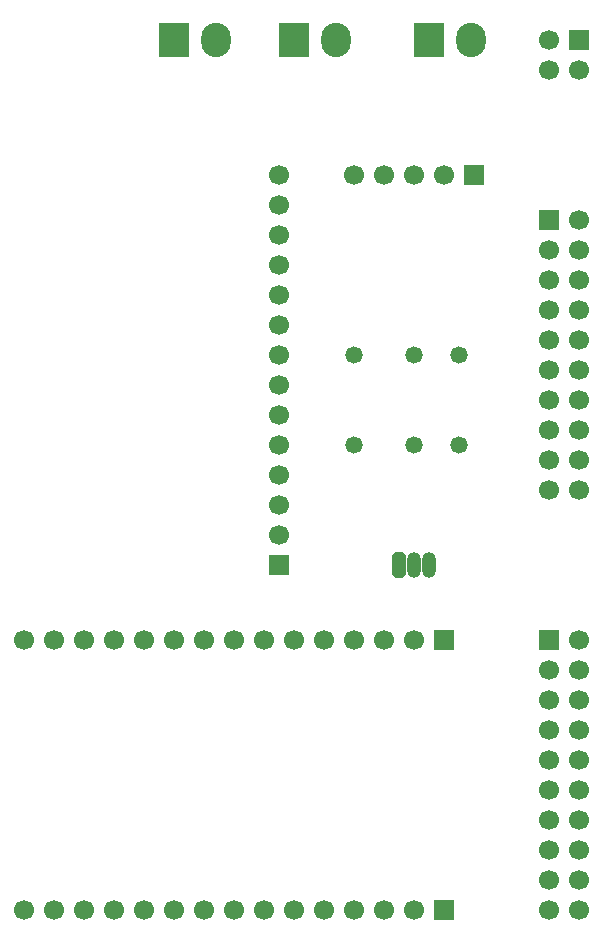
<source format=gbr>
G04 DipTrace 3.3.1.3*
G04 BottomMask.gbr*
%MOIN*%
G04 #@! TF.FileFunction,Soldermask,Bot*
G04 #@! TF.Part,Single*
%AMOUTLINE1*
4,1,8,
-0.023625,-0.03116,
-0.011475,-0.04331,
0.011475,-0.04331,
0.023625,-0.03116,
0.023625,0.03116,
0.011475,0.04331,
-0.011475,0.04331,
-0.023625,0.03116,
-0.023625,-0.03116,
0*%
%ADD31O,0.04725X0.08662*%
%ADD33C,0.066935*%
%ADD35R,0.066935X0.066935*%
%ADD37O,0.098431X0.114179*%
%ADD39R,0.098431X0.114179*%
%ADD41C,0.05788*%
%ADD43C,0.05788*%
%ADD47OUTLINE1*%
%FSLAX26Y26*%
G04*
G70*
G90*
G75*
G01*
G04 BotMask*
%LPD*%
D43*
X1743700Y2343700D3*
D41*
Y2043700D3*
D43*
X2093700Y2343700D3*
D41*
Y2043700D3*
D39*
X1543700Y3393700D3*
D37*
X1681495D3*
D35*
X2393700Y1393700D3*
D33*
X2493700D3*
X2393700Y1293700D3*
X2493700D3*
X2393700Y1193700D3*
X2493700D3*
X2393700Y1093700D3*
X2493700D3*
X2393700Y993700D3*
X2493700D3*
X2393700Y893700D3*
X2493700D3*
X2393700Y793700D3*
X2493700D3*
X2393700Y693700D3*
X2493700D3*
X2393700Y593700D3*
X2493700D3*
X2393700Y493700D3*
X2493700D3*
D35*
X2393700Y2793700D3*
D33*
X2493700D3*
X2393700Y2693700D3*
X2493700D3*
X2393700Y2593700D3*
X2493700D3*
X2393700Y2493700D3*
X2493700D3*
X2393700Y2393700D3*
X2493700D3*
X2393700Y2293700D3*
X2493700D3*
X2393700Y2193700D3*
X2493700D3*
X2393700Y2093700D3*
X2493700D3*
X2393700Y1993700D3*
X2493700D3*
X2393700Y1893700D3*
X2493700D3*
D35*
Y3393700D3*
D33*
Y3293700D3*
X2393700Y3393700D3*
Y3293700D3*
D35*
X2143700Y2943700D3*
D33*
X2043700D3*
X1943700D3*
X1843700D3*
X1743700D3*
D43*
X1943700Y2343700D3*
D41*
Y2043700D3*
D39*
X1993700Y3393700D3*
D37*
X2131495D3*
D47*
X1893700Y1643700D3*
D31*
X1943700D3*
X1993700D3*
D35*
X1493700D3*
D33*
Y1743700D3*
Y1843700D3*
Y1943700D3*
Y2043700D3*
Y2143700D3*
Y2243700D3*
Y2343700D3*
Y2443700D3*
Y2543700D3*
Y2643700D3*
Y2743700D3*
Y2843700D3*
Y2943700D3*
D39*
X1143700Y3393700D3*
D37*
X1281495D3*
D35*
X2043700Y493700D3*
D33*
X1943700D3*
X1843700D3*
X1743700D3*
X1643700D3*
X1543700D3*
X1443700D3*
X1343700D3*
X1243700D3*
X1143700D3*
X1043700D3*
X943700D3*
X843700D3*
X743700D3*
X643700D3*
D35*
X2043700Y1393700D3*
D33*
X1943700D3*
X1843700D3*
X1743700D3*
X1643700D3*
X1543700D3*
X1443700D3*
X1343700D3*
X1243700D3*
X1143700D3*
X1043700D3*
X943700D3*
X843700D3*
X743700D3*
X643700D3*
M02*

</source>
